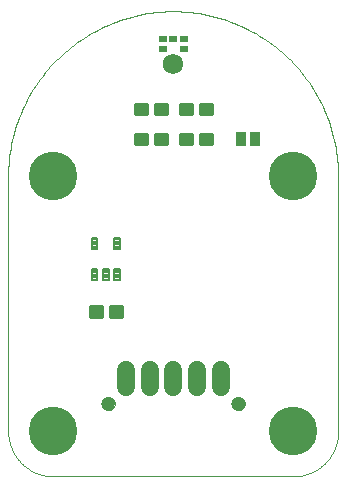
<source format=gts>
G75*
%MOIN*%
%OFA0B0*%
%FSLAX25Y25*%
%IPPOS*%
%LPD*%
%AMOC8*
5,1,8,0,0,1.08239X$1,22.5*
%
%ADD10C,0.00000*%
%ADD11C,0.16211*%
%ADD12C,0.06000*%
%ADD13C,0.04731*%
%ADD14C,0.00867*%
%ADD15C,0.00829*%
%ADD16R,0.02762X0.02455*%
%ADD17C,0.06794*%
%ADD18R,0.03550X0.05124*%
D10*
X0001300Y0016300D02*
X0001300Y0101300D01*
X0001316Y0102639D01*
X0001365Y0103978D01*
X0001447Y0105315D01*
X0001561Y0106649D01*
X0001707Y0107981D01*
X0001886Y0109308D01*
X0002097Y0110631D01*
X0002341Y0111948D01*
X0002616Y0113259D01*
X0002923Y0114562D01*
X0003262Y0115858D01*
X0003632Y0117145D01*
X0004033Y0118423D01*
X0004466Y0119691D01*
X0004929Y0120948D01*
X0005423Y0122193D01*
X0005947Y0123426D01*
X0006500Y0124645D01*
X0007084Y0125851D01*
X0007696Y0127042D01*
X0008337Y0128218D01*
X0009007Y0129378D01*
X0009705Y0130521D01*
X0010430Y0131647D01*
X0011183Y0132755D01*
X0011962Y0133845D01*
X0012768Y0134915D01*
X0013599Y0135965D01*
X0014456Y0136994D01*
X0015338Y0138003D01*
X0016243Y0138989D01*
X0017173Y0139953D01*
X0018126Y0140895D01*
X0019101Y0141813D01*
X0020099Y0142706D01*
X0021118Y0143576D01*
X0022158Y0144420D01*
X0023218Y0145238D01*
X0024298Y0146031D01*
X0025396Y0146797D01*
X0026514Y0147536D01*
X0027648Y0148248D01*
X0028800Y0148931D01*
X0029968Y0149587D01*
X0031152Y0150214D01*
X0032350Y0150812D01*
X0033563Y0151380D01*
X0034789Y0151919D01*
X0036028Y0152428D01*
X0037279Y0152906D01*
X0038542Y0153354D01*
X0039814Y0153771D01*
X0041097Y0154157D01*
X0042389Y0154512D01*
X0043689Y0154835D01*
X0044996Y0155126D01*
X0046310Y0155385D01*
X0047630Y0155612D01*
X0048955Y0155807D01*
X0050285Y0155970D01*
X0051618Y0156100D01*
X0052953Y0156198D01*
X0054291Y0156263D01*
X0055630Y0156296D01*
X0056970Y0156296D01*
X0058309Y0156263D01*
X0059647Y0156198D01*
X0060982Y0156100D01*
X0062315Y0155970D01*
X0063645Y0155807D01*
X0064970Y0155612D01*
X0066290Y0155385D01*
X0067604Y0155126D01*
X0068911Y0154835D01*
X0070211Y0154512D01*
X0071503Y0154157D01*
X0072786Y0153771D01*
X0074058Y0153354D01*
X0075321Y0152906D01*
X0076572Y0152428D01*
X0077811Y0151919D01*
X0079037Y0151380D01*
X0080250Y0150812D01*
X0081448Y0150214D01*
X0082632Y0149587D01*
X0083800Y0148931D01*
X0084952Y0148248D01*
X0086086Y0147536D01*
X0087204Y0146797D01*
X0088302Y0146031D01*
X0089382Y0145238D01*
X0090442Y0144420D01*
X0091482Y0143576D01*
X0092501Y0142706D01*
X0093499Y0141813D01*
X0094474Y0140895D01*
X0095427Y0139953D01*
X0096357Y0138989D01*
X0097262Y0138003D01*
X0098144Y0136994D01*
X0099001Y0135965D01*
X0099832Y0134915D01*
X0100638Y0133845D01*
X0101417Y0132755D01*
X0102170Y0131647D01*
X0102895Y0130521D01*
X0103593Y0129378D01*
X0104263Y0128218D01*
X0104904Y0127042D01*
X0105516Y0125851D01*
X0106100Y0124645D01*
X0106653Y0123426D01*
X0107177Y0122193D01*
X0107671Y0120948D01*
X0108134Y0119691D01*
X0108567Y0118423D01*
X0108968Y0117145D01*
X0109338Y0115858D01*
X0109677Y0114562D01*
X0109984Y0113259D01*
X0110259Y0111948D01*
X0110503Y0110631D01*
X0110714Y0109308D01*
X0110893Y0107981D01*
X0111039Y0106649D01*
X0111153Y0105315D01*
X0111235Y0103978D01*
X0111284Y0102639D01*
X0111300Y0101300D01*
X0111300Y0016300D01*
X0111296Y0015938D01*
X0111282Y0015575D01*
X0111261Y0015213D01*
X0111230Y0014852D01*
X0111191Y0014492D01*
X0111143Y0014133D01*
X0111086Y0013775D01*
X0111021Y0013418D01*
X0110947Y0013063D01*
X0110864Y0012710D01*
X0110773Y0012359D01*
X0110674Y0012011D01*
X0110566Y0011665D01*
X0110450Y0011321D01*
X0110325Y0010981D01*
X0110193Y0010644D01*
X0110052Y0010310D01*
X0109903Y0009979D01*
X0109746Y0009652D01*
X0109582Y0009329D01*
X0109410Y0009010D01*
X0109230Y0008696D01*
X0109042Y0008385D01*
X0108847Y0008080D01*
X0108645Y0007779D01*
X0108435Y0007483D01*
X0108219Y0007193D01*
X0107995Y0006907D01*
X0107765Y0006627D01*
X0107528Y0006353D01*
X0107284Y0006085D01*
X0107034Y0005822D01*
X0106778Y0005566D01*
X0106515Y0005316D01*
X0106247Y0005072D01*
X0105973Y0004835D01*
X0105693Y0004605D01*
X0105407Y0004381D01*
X0105117Y0004165D01*
X0104821Y0003955D01*
X0104520Y0003753D01*
X0104215Y0003558D01*
X0103904Y0003370D01*
X0103590Y0003190D01*
X0103271Y0003018D01*
X0102948Y0002854D01*
X0102621Y0002697D01*
X0102290Y0002548D01*
X0101956Y0002407D01*
X0101619Y0002275D01*
X0101279Y0002150D01*
X0100935Y0002034D01*
X0100589Y0001926D01*
X0100241Y0001827D01*
X0099890Y0001736D01*
X0099537Y0001653D01*
X0099182Y0001579D01*
X0098825Y0001514D01*
X0098467Y0001457D01*
X0098108Y0001409D01*
X0097748Y0001370D01*
X0097387Y0001339D01*
X0097025Y0001318D01*
X0096662Y0001304D01*
X0096300Y0001300D01*
X0016300Y0001300D01*
X0015938Y0001304D01*
X0015575Y0001318D01*
X0015213Y0001339D01*
X0014852Y0001370D01*
X0014492Y0001409D01*
X0014133Y0001457D01*
X0013775Y0001514D01*
X0013418Y0001579D01*
X0013063Y0001653D01*
X0012710Y0001736D01*
X0012359Y0001827D01*
X0012011Y0001926D01*
X0011665Y0002034D01*
X0011321Y0002150D01*
X0010981Y0002275D01*
X0010644Y0002407D01*
X0010310Y0002548D01*
X0009979Y0002697D01*
X0009652Y0002854D01*
X0009329Y0003018D01*
X0009010Y0003190D01*
X0008696Y0003370D01*
X0008385Y0003558D01*
X0008080Y0003753D01*
X0007779Y0003955D01*
X0007483Y0004165D01*
X0007193Y0004381D01*
X0006907Y0004605D01*
X0006627Y0004835D01*
X0006353Y0005072D01*
X0006085Y0005316D01*
X0005822Y0005566D01*
X0005566Y0005822D01*
X0005316Y0006085D01*
X0005072Y0006353D01*
X0004835Y0006627D01*
X0004605Y0006907D01*
X0004381Y0007193D01*
X0004165Y0007483D01*
X0003955Y0007779D01*
X0003753Y0008080D01*
X0003558Y0008385D01*
X0003370Y0008696D01*
X0003190Y0009010D01*
X0003018Y0009329D01*
X0002854Y0009652D01*
X0002697Y0009979D01*
X0002548Y0010310D01*
X0002407Y0010644D01*
X0002275Y0010981D01*
X0002150Y0011321D01*
X0002034Y0011665D01*
X0001926Y0012011D01*
X0001827Y0012359D01*
X0001736Y0012710D01*
X0001653Y0013063D01*
X0001579Y0013418D01*
X0001514Y0013775D01*
X0001457Y0014133D01*
X0001409Y0014492D01*
X0001370Y0014852D01*
X0001339Y0015213D01*
X0001318Y0015575D01*
X0001304Y0015938D01*
X0001300Y0016300D01*
X0032481Y0025532D02*
X0032483Y0025625D01*
X0032489Y0025717D01*
X0032499Y0025809D01*
X0032513Y0025900D01*
X0032530Y0025991D01*
X0032552Y0026081D01*
X0032577Y0026170D01*
X0032606Y0026258D01*
X0032639Y0026344D01*
X0032676Y0026429D01*
X0032716Y0026513D01*
X0032760Y0026594D01*
X0032807Y0026674D01*
X0032857Y0026752D01*
X0032911Y0026827D01*
X0032968Y0026900D01*
X0033028Y0026970D01*
X0033091Y0027038D01*
X0033157Y0027103D01*
X0033225Y0027165D01*
X0033296Y0027225D01*
X0033370Y0027281D01*
X0033446Y0027334D01*
X0033524Y0027383D01*
X0033604Y0027430D01*
X0033686Y0027472D01*
X0033770Y0027512D01*
X0033855Y0027547D01*
X0033942Y0027579D01*
X0034030Y0027608D01*
X0034119Y0027632D01*
X0034209Y0027653D01*
X0034300Y0027669D01*
X0034392Y0027682D01*
X0034484Y0027691D01*
X0034577Y0027696D01*
X0034669Y0027697D01*
X0034762Y0027694D01*
X0034854Y0027687D01*
X0034946Y0027676D01*
X0035037Y0027661D01*
X0035128Y0027643D01*
X0035218Y0027620D01*
X0035306Y0027594D01*
X0035394Y0027564D01*
X0035480Y0027530D01*
X0035564Y0027493D01*
X0035647Y0027451D01*
X0035728Y0027407D01*
X0035808Y0027359D01*
X0035885Y0027308D01*
X0035959Y0027253D01*
X0036032Y0027195D01*
X0036102Y0027135D01*
X0036169Y0027071D01*
X0036233Y0027005D01*
X0036295Y0026935D01*
X0036353Y0026864D01*
X0036408Y0026790D01*
X0036460Y0026713D01*
X0036509Y0026634D01*
X0036555Y0026554D01*
X0036597Y0026471D01*
X0036635Y0026387D01*
X0036670Y0026301D01*
X0036701Y0026214D01*
X0036728Y0026126D01*
X0036751Y0026036D01*
X0036771Y0025946D01*
X0036787Y0025855D01*
X0036799Y0025763D01*
X0036807Y0025671D01*
X0036811Y0025578D01*
X0036811Y0025486D01*
X0036807Y0025393D01*
X0036799Y0025301D01*
X0036787Y0025209D01*
X0036771Y0025118D01*
X0036751Y0025028D01*
X0036728Y0024938D01*
X0036701Y0024850D01*
X0036670Y0024763D01*
X0036635Y0024677D01*
X0036597Y0024593D01*
X0036555Y0024510D01*
X0036509Y0024430D01*
X0036460Y0024351D01*
X0036408Y0024274D01*
X0036353Y0024200D01*
X0036295Y0024129D01*
X0036233Y0024059D01*
X0036169Y0023993D01*
X0036102Y0023929D01*
X0036032Y0023869D01*
X0035959Y0023811D01*
X0035885Y0023756D01*
X0035808Y0023705D01*
X0035729Y0023657D01*
X0035647Y0023613D01*
X0035564Y0023571D01*
X0035480Y0023534D01*
X0035394Y0023500D01*
X0035306Y0023470D01*
X0035218Y0023444D01*
X0035128Y0023421D01*
X0035037Y0023403D01*
X0034946Y0023388D01*
X0034854Y0023377D01*
X0034762Y0023370D01*
X0034669Y0023367D01*
X0034577Y0023368D01*
X0034484Y0023373D01*
X0034392Y0023382D01*
X0034300Y0023395D01*
X0034209Y0023411D01*
X0034119Y0023432D01*
X0034030Y0023456D01*
X0033942Y0023485D01*
X0033855Y0023517D01*
X0033770Y0023552D01*
X0033686Y0023592D01*
X0033604Y0023634D01*
X0033524Y0023681D01*
X0033446Y0023730D01*
X0033370Y0023783D01*
X0033296Y0023839D01*
X0033225Y0023899D01*
X0033157Y0023961D01*
X0033091Y0024026D01*
X0033028Y0024094D01*
X0032968Y0024164D01*
X0032911Y0024237D01*
X0032857Y0024312D01*
X0032807Y0024390D01*
X0032760Y0024470D01*
X0032716Y0024551D01*
X0032676Y0024635D01*
X0032639Y0024720D01*
X0032606Y0024806D01*
X0032577Y0024894D01*
X0032552Y0024983D01*
X0032530Y0025073D01*
X0032513Y0025164D01*
X0032499Y0025255D01*
X0032489Y0025347D01*
X0032483Y0025439D01*
X0032481Y0025532D01*
X0075789Y0025532D02*
X0075791Y0025625D01*
X0075797Y0025717D01*
X0075807Y0025809D01*
X0075821Y0025900D01*
X0075838Y0025991D01*
X0075860Y0026081D01*
X0075885Y0026170D01*
X0075914Y0026258D01*
X0075947Y0026344D01*
X0075984Y0026429D01*
X0076024Y0026513D01*
X0076068Y0026594D01*
X0076115Y0026674D01*
X0076165Y0026752D01*
X0076219Y0026827D01*
X0076276Y0026900D01*
X0076336Y0026970D01*
X0076399Y0027038D01*
X0076465Y0027103D01*
X0076533Y0027165D01*
X0076604Y0027225D01*
X0076678Y0027281D01*
X0076754Y0027334D01*
X0076832Y0027383D01*
X0076912Y0027430D01*
X0076994Y0027472D01*
X0077078Y0027512D01*
X0077163Y0027547D01*
X0077250Y0027579D01*
X0077338Y0027608D01*
X0077427Y0027632D01*
X0077517Y0027653D01*
X0077608Y0027669D01*
X0077700Y0027682D01*
X0077792Y0027691D01*
X0077885Y0027696D01*
X0077977Y0027697D01*
X0078070Y0027694D01*
X0078162Y0027687D01*
X0078254Y0027676D01*
X0078345Y0027661D01*
X0078436Y0027643D01*
X0078526Y0027620D01*
X0078614Y0027594D01*
X0078702Y0027564D01*
X0078788Y0027530D01*
X0078872Y0027493D01*
X0078955Y0027451D01*
X0079036Y0027407D01*
X0079116Y0027359D01*
X0079193Y0027308D01*
X0079267Y0027253D01*
X0079340Y0027195D01*
X0079410Y0027135D01*
X0079477Y0027071D01*
X0079541Y0027005D01*
X0079603Y0026935D01*
X0079661Y0026864D01*
X0079716Y0026790D01*
X0079768Y0026713D01*
X0079817Y0026634D01*
X0079863Y0026554D01*
X0079905Y0026471D01*
X0079943Y0026387D01*
X0079978Y0026301D01*
X0080009Y0026214D01*
X0080036Y0026126D01*
X0080059Y0026036D01*
X0080079Y0025946D01*
X0080095Y0025855D01*
X0080107Y0025763D01*
X0080115Y0025671D01*
X0080119Y0025578D01*
X0080119Y0025486D01*
X0080115Y0025393D01*
X0080107Y0025301D01*
X0080095Y0025209D01*
X0080079Y0025118D01*
X0080059Y0025028D01*
X0080036Y0024938D01*
X0080009Y0024850D01*
X0079978Y0024763D01*
X0079943Y0024677D01*
X0079905Y0024593D01*
X0079863Y0024510D01*
X0079817Y0024430D01*
X0079768Y0024351D01*
X0079716Y0024274D01*
X0079661Y0024200D01*
X0079603Y0024129D01*
X0079541Y0024059D01*
X0079477Y0023993D01*
X0079410Y0023929D01*
X0079340Y0023869D01*
X0079267Y0023811D01*
X0079193Y0023756D01*
X0079116Y0023705D01*
X0079037Y0023657D01*
X0078955Y0023613D01*
X0078872Y0023571D01*
X0078788Y0023534D01*
X0078702Y0023500D01*
X0078614Y0023470D01*
X0078526Y0023444D01*
X0078436Y0023421D01*
X0078345Y0023403D01*
X0078254Y0023388D01*
X0078162Y0023377D01*
X0078070Y0023370D01*
X0077977Y0023367D01*
X0077885Y0023368D01*
X0077792Y0023373D01*
X0077700Y0023382D01*
X0077608Y0023395D01*
X0077517Y0023411D01*
X0077427Y0023432D01*
X0077338Y0023456D01*
X0077250Y0023485D01*
X0077163Y0023517D01*
X0077078Y0023552D01*
X0076994Y0023592D01*
X0076912Y0023634D01*
X0076832Y0023681D01*
X0076754Y0023730D01*
X0076678Y0023783D01*
X0076604Y0023839D01*
X0076533Y0023899D01*
X0076465Y0023961D01*
X0076399Y0024026D01*
X0076336Y0024094D01*
X0076276Y0024164D01*
X0076219Y0024237D01*
X0076165Y0024312D01*
X0076115Y0024390D01*
X0076068Y0024470D01*
X0076024Y0024551D01*
X0075984Y0024635D01*
X0075947Y0024720D01*
X0075914Y0024806D01*
X0075885Y0024894D01*
X0075860Y0024983D01*
X0075838Y0025073D01*
X0075821Y0025164D01*
X0075807Y0025255D01*
X0075797Y0025347D01*
X0075791Y0025439D01*
X0075789Y0025532D01*
D11*
X0096300Y0016300D03*
X0096300Y0101300D03*
X0016300Y0101300D03*
X0016300Y0016300D03*
D12*
X0040552Y0031000D02*
X0040552Y0036600D01*
X0048426Y0036600D02*
X0048426Y0031000D01*
X0056300Y0031000D02*
X0056300Y0036600D01*
X0064174Y0036600D02*
X0064174Y0031000D01*
X0072048Y0031000D02*
X0072048Y0036600D01*
D13*
X0077954Y0025532D03*
X0034646Y0025532D03*
D14*
X0035214Y0054565D02*
X0039078Y0054565D01*
X0035214Y0054565D02*
X0035214Y0058035D01*
X0039078Y0058035D01*
X0039078Y0054565D01*
X0039078Y0055431D02*
X0035214Y0055431D01*
X0035214Y0056297D02*
X0039078Y0056297D01*
X0039078Y0057163D02*
X0035214Y0057163D01*
X0035214Y0058029D02*
X0039078Y0058029D01*
X0032386Y0054565D02*
X0028522Y0054565D01*
X0028522Y0058035D01*
X0032386Y0058035D01*
X0032386Y0054565D01*
X0032386Y0055431D02*
X0028522Y0055431D01*
X0028522Y0056297D02*
X0032386Y0056297D01*
X0032386Y0057163D02*
X0028522Y0057163D01*
X0028522Y0058029D02*
X0032386Y0058029D01*
X0043522Y0112065D02*
X0047386Y0112065D01*
X0043522Y0112065D02*
X0043522Y0115535D01*
X0047386Y0115535D01*
X0047386Y0112065D01*
X0047386Y0112931D02*
X0043522Y0112931D01*
X0043522Y0113797D02*
X0047386Y0113797D01*
X0047386Y0114663D02*
X0043522Y0114663D01*
X0043522Y0115529D02*
X0047386Y0115529D01*
X0050214Y0112065D02*
X0054078Y0112065D01*
X0050214Y0112065D02*
X0050214Y0115535D01*
X0054078Y0115535D01*
X0054078Y0112065D01*
X0054078Y0112931D02*
X0050214Y0112931D01*
X0050214Y0113797D02*
X0054078Y0113797D01*
X0054078Y0114663D02*
X0050214Y0114663D01*
X0050214Y0115529D02*
X0054078Y0115529D01*
X0054078Y0122065D02*
X0050214Y0122065D01*
X0050214Y0125535D01*
X0054078Y0125535D01*
X0054078Y0122065D01*
X0054078Y0122931D02*
X0050214Y0122931D01*
X0050214Y0123797D02*
X0054078Y0123797D01*
X0054078Y0124663D02*
X0050214Y0124663D01*
X0050214Y0125529D02*
X0054078Y0125529D01*
X0058522Y0122065D02*
X0062386Y0122065D01*
X0058522Y0122065D02*
X0058522Y0125535D01*
X0062386Y0125535D01*
X0062386Y0122065D01*
X0062386Y0122931D02*
X0058522Y0122931D01*
X0058522Y0123797D02*
X0062386Y0123797D01*
X0062386Y0124663D02*
X0058522Y0124663D01*
X0058522Y0125529D02*
X0062386Y0125529D01*
X0065214Y0122065D02*
X0069078Y0122065D01*
X0065214Y0122065D02*
X0065214Y0125535D01*
X0069078Y0125535D01*
X0069078Y0122065D01*
X0069078Y0122931D02*
X0065214Y0122931D01*
X0065214Y0123797D02*
X0069078Y0123797D01*
X0069078Y0124663D02*
X0065214Y0124663D01*
X0065214Y0125529D02*
X0069078Y0125529D01*
X0069078Y0112065D02*
X0065214Y0112065D01*
X0065214Y0115535D01*
X0069078Y0115535D01*
X0069078Y0112065D01*
X0069078Y0112931D02*
X0065214Y0112931D01*
X0065214Y0113797D02*
X0069078Y0113797D01*
X0069078Y0114663D02*
X0065214Y0114663D01*
X0065214Y0115529D02*
X0069078Y0115529D01*
X0062386Y0112065D02*
X0058522Y0112065D01*
X0058522Y0115535D01*
X0062386Y0115535D01*
X0062386Y0112065D01*
X0062386Y0112931D02*
X0058522Y0112931D01*
X0058522Y0113797D02*
X0062386Y0113797D01*
X0062386Y0114663D02*
X0058522Y0114663D01*
X0058522Y0115529D02*
X0062386Y0115529D01*
X0047386Y0122065D02*
X0043522Y0122065D01*
X0043522Y0125535D01*
X0047386Y0125535D01*
X0047386Y0122065D01*
X0047386Y0122931D02*
X0043522Y0122931D01*
X0043522Y0123797D02*
X0047386Y0123797D01*
X0047386Y0124663D02*
X0043522Y0124663D01*
X0043522Y0125529D02*
X0047386Y0125529D01*
D15*
X0038507Y0077065D02*
X0036573Y0077065D01*
X0036573Y0080771D01*
X0038507Y0080771D01*
X0038507Y0077065D01*
X0038507Y0077893D02*
X0036573Y0077893D01*
X0036573Y0078721D02*
X0038507Y0078721D01*
X0038507Y0079549D02*
X0036573Y0079549D01*
X0036573Y0080377D02*
X0038507Y0080377D01*
X0031027Y0077065D02*
X0029093Y0077065D01*
X0029093Y0080771D01*
X0031027Y0080771D01*
X0031027Y0077065D01*
X0031027Y0077893D02*
X0029093Y0077893D01*
X0029093Y0078721D02*
X0031027Y0078721D01*
X0031027Y0079549D02*
X0029093Y0079549D01*
X0029093Y0080377D02*
X0031027Y0080377D01*
X0031027Y0066829D02*
X0029093Y0066829D01*
X0029093Y0070535D01*
X0031027Y0070535D01*
X0031027Y0066829D01*
X0031027Y0067657D02*
X0029093Y0067657D01*
X0029093Y0068485D02*
X0031027Y0068485D01*
X0031027Y0069313D02*
X0029093Y0069313D01*
X0029093Y0070141D02*
X0031027Y0070141D01*
X0032833Y0066829D02*
X0034767Y0066829D01*
X0032833Y0066829D02*
X0032833Y0070535D01*
X0034767Y0070535D01*
X0034767Y0066829D01*
X0034767Y0067657D02*
X0032833Y0067657D01*
X0032833Y0068485D02*
X0034767Y0068485D01*
X0034767Y0069313D02*
X0032833Y0069313D01*
X0032833Y0070141D02*
X0034767Y0070141D01*
X0036573Y0066829D02*
X0038507Y0066829D01*
X0036573Y0066829D02*
X0036573Y0070535D01*
X0038507Y0070535D01*
X0038507Y0066829D01*
X0038507Y0067657D02*
X0036573Y0067657D01*
X0036573Y0068485D02*
X0038507Y0068485D01*
X0038507Y0069313D02*
X0036573Y0069313D01*
X0036573Y0070141D02*
X0038507Y0070141D01*
D16*
X0052757Y0143729D03*
X0052757Y0146965D03*
X0056300Y0146965D03*
X0059843Y0146965D03*
X0059843Y0143729D03*
D17*
X0056300Y0138800D03*
D18*
X0078938Y0113800D03*
X0083662Y0113800D03*
M02*

</source>
